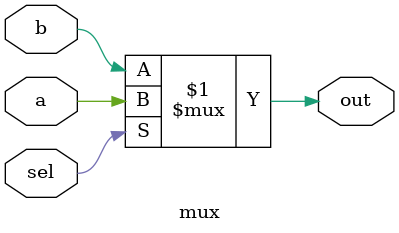
<source format=v>
`timescale 1ns / 1ps


module mux(
    input a,b,sel,
    output out
    );
    assign out = sel ? a : b;
endmodule

</source>
